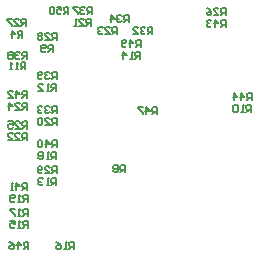
<source format=gbr>
%TF.GenerationSoftware,Altium Limited,Altium Designer,23.9.2 (47)*%
G04 Layer_Color=32768*
%FSLAX45Y45*%
%MOMM*%
%TF.SameCoordinates,AC4A3DE0-5486-420A-B1FF-1F5B93080124*%
%TF.FilePolarity,Positive*%
%TF.FileFunction,Other,Bottom_Designator*%
%TF.Part,Single*%
G01*
G75*
%TA.AperFunction,NonConductor*%
%ADD26C,0.15000*%
D26*
X1609984Y1010010D02*
Y1069990D01*
X1579993D01*
X1569997Y1059993D01*
Y1040000D01*
X1579993Y1030003D01*
X1609984D01*
X1589990D02*
X1569997Y1010010D01*
X1550003Y1059993D02*
X1540006Y1069990D01*
X1520013D01*
X1510016Y1059993D01*
Y1049997D01*
X1520013Y1040000D01*
X1510016Y1030003D01*
Y1020006D01*
X1520013Y1010010D01*
X1540006D01*
X1550003Y1020006D01*
Y1030003D01*
X1540006Y1040000D01*
X1550003Y1049997D01*
Y1059993D01*
X1540006Y1040000D02*
X1520013D01*
X999984Y2030010D02*
Y2089990D01*
X969993D01*
X959997Y2079993D01*
Y2060000D01*
X969993Y2050003D01*
X999984D01*
X979990D02*
X959997Y2030010D01*
X940003Y2040006D02*
X930007Y2030010D01*
X910013D01*
X900016Y2040006D01*
Y2079993D01*
X910013Y2089990D01*
X930007D01*
X940003Y2079993D01*
Y2069997D01*
X930007Y2060000D01*
X900016D01*
X2674975Y1520010D02*
Y1579990D01*
X2644985D01*
X2634988Y1569993D01*
Y1550000D01*
X2644985Y1540003D01*
X2674975D01*
X2654982D02*
X2634988Y1520010D01*
X2614995D02*
X2595001D01*
X2604998D01*
Y1579990D01*
X2614995Y1569993D01*
X2565011D02*
X2555014Y1579990D01*
X2535021D01*
X2525024Y1569993D01*
Y1530006D01*
X2535021Y1520010D01*
X2555014D01*
X2565011Y1530006D01*
Y1569993D01*
X764979Y1880010D02*
Y1939990D01*
X734988D01*
X724992Y1929993D01*
Y1910000D01*
X734988Y1900003D01*
X764979D01*
X744985D02*
X724992Y1880010D01*
X704998D02*
X685004D01*
X695001D01*
Y1939990D01*
X704998Y1929993D01*
X655014Y1880010D02*
X635021D01*
X645018D01*
Y1939990D01*
X655014Y1929993D01*
X1024976Y1700010D02*
Y1759990D01*
X994985D01*
X984989Y1749993D01*
Y1730000D01*
X994985Y1720003D01*
X1024976D01*
X1004982D02*
X984989Y1700010D01*
X964995D02*
X945001D01*
X954998D01*
Y1759990D01*
X964995Y1749993D01*
X875024Y1700010D02*
X915011D01*
X875024Y1739997D01*
Y1749993D01*
X885021Y1759990D01*
X905015D01*
X915011Y1749993D01*
X1024975Y900010D02*
Y959990D01*
X994985D01*
X984988Y949993D01*
Y930000D01*
X994985Y920003D01*
X1024975D01*
X1004982D02*
X984988Y900010D01*
X964995D02*
X945001D01*
X954998D01*
Y959990D01*
X964995Y949993D01*
X915011D02*
X905014Y959990D01*
X885021D01*
X875024Y949993D01*
Y939997D01*
X885021Y930000D01*
X895018D01*
X885021D01*
X875024Y920003D01*
Y910006D01*
X885021Y900010D01*
X905014D01*
X915011Y910006D01*
X1734975Y1970010D02*
Y2029990D01*
X1704985D01*
X1694988Y2019993D01*
Y2000000D01*
X1704985Y1990003D01*
X1734975D01*
X1714982D02*
X1694988Y1970010D01*
X1674995D02*
X1655001D01*
X1664998D01*
Y2029990D01*
X1674995Y2019993D01*
X1595021Y1970010D02*
Y2029990D01*
X1625011Y2000000D01*
X1585024D01*
X784976Y540010D02*
Y599990D01*
X754985D01*
X744989Y589993D01*
Y570000D01*
X754985Y560003D01*
X784976D01*
X764982D02*
X744989Y540010D01*
X724995D02*
X705001D01*
X714998D01*
Y599990D01*
X724995Y589993D01*
X635024Y599990D02*
X675011D01*
Y570000D01*
X655018Y579997D01*
X645021D01*
X635024Y570000D01*
Y550006D01*
X645021Y540010D01*
X665015D01*
X675011Y550006D01*
X1174976Y360010D02*
Y419990D01*
X1144985D01*
X1134989Y409993D01*
Y390000D01*
X1144985Y380003D01*
X1174976D01*
X1154982D02*
X1134989Y360010D01*
X1114995D02*
X1095001D01*
X1104998D01*
Y419990D01*
X1114995Y409993D01*
X1025024Y419990D02*
X1045018Y409993D01*
X1065011Y390000D01*
Y370006D01*
X1055015Y360010D01*
X1035021D01*
X1025024Y370006D01*
Y380003D01*
X1035021Y390000D01*
X1065011D01*
X784976Y640010D02*
Y699990D01*
X754985D01*
X744989Y689993D01*
Y670000D01*
X754985Y660003D01*
X784976D01*
X764982D02*
X744989Y640010D01*
X724995D02*
X705001D01*
X714998D01*
Y699990D01*
X724995Y689993D01*
X675011Y699990D02*
X635024D01*
Y689993D01*
X675011Y650006D01*
Y640010D01*
X1024976Y1120010D02*
Y1179991D01*
X994985D01*
X984989Y1169994D01*
Y1150000D01*
X994985Y1140004D01*
X1024976D01*
X1004982D02*
X984989Y1120010D01*
X964995D02*
X945001D01*
X954998D01*
Y1179991D01*
X964995Y1169994D01*
X915011D02*
X905015Y1179991D01*
X885021D01*
X875024Y1169994D01*
Y1159997D01*
X885021Y1150000D01*
X875024Y1140004D01*
Y1130007D01*
X885021Y1120010D01*
X905015D01*
X915011Y1130007D01*
Y1140004D01*
X905015Y1150000D01*
X915011Y1159997D01*
Y1169994D01*
X905015Y1150000D02*
X885021D01*
X784976Y760010D02*
Y819990D01*
X754985D01*
X744989Y809994D01*
Y790000D01*
X754985Y780004D01*
X784976D01*
X764982D02*
X744989Y760010D01*
X724995D02*
X705001D01*
X714998D01*
Y819990D01*
X724995Y809994D01*
X675011Y770007D02*
X665015Y760010D01*
X645021D01*
X635024Y770007D01*
Y809994D01*
X645021Y819990D01*
X665015D01*
X675011Y809994D01*
Y799997D01*
X665015Y790000D01*
X635024D01*
X1029974Y1410010D02*
Y1469990D01*
X999984D01*
X989987Y1459993D01*
Y1440000D01*
X999984Y1430003D01*
X1029974D01*
X1009980D02*
X989987Y1410010D01*
X930006D02*
X969993D01*
X930006Y1449997D01*
Y1459993D01*
X940003Y1469990D01*
X959997D01*
X969993Y1459993D01*
X910013D02*
X900016Y1469990D01*
X880022D01*
X870026Y1459993D01*
Y1420006D01*
X880022Y1410010D01*
X900016D01*
X910013Y1420006D01*
Y1459993D01*
X1319977Y2250009D02*
Y2309990D01*
X1289987D01*
X1279990Y2299993D01*
Y2280000D01*
X1289987Y2270003D01*
X1319977D01*
X1299984D02*
X1279990Y2250009D01*
X1220010D02*
X1259997D01*
X1220010Y2289996D01*
Y2299993D01*
X1230006Y2309990D01*
X1250000D01*
X1259997Y2299993D01*
X1200016Y2250009D02*
X1180023D01*
X1190019D01*
Y2309990D01*
X1200016Y2299993D01*
X779974Y1280010D02*
Y1339990D01*
X749984D01*
X739987Y1329993D01*
Y1310000D01*
X749984Y1300003D01*
X779974D01*
X759980D02*
X739987Y1280010D01*
X680006D02*
X719993D01*
X680006Y1319997D01*
Y1329993D01*
X690003Y1339990D01*
X709997D01*
X719993Y1329993D01*
X620026Y1280010D02*
X660013D01*
X620026Y1319997D01*
Y1329993D01*
X630022Y1339990D01*
X650016D01*
X660013Y1329993D01*
X1539974Y2180009D02*
Y2239990D01*
X1509984D01*
X1499987Y2229993D01*
Y2210000D01*
X1509984Y2200003D01*
X1539974D01*
X1519980D02*
X1499987Y2180009D01*
X1440006D02*
X1479993D01*
X1440006Y2219996D01*
Y2229993D01*
X1450003Y2239990D01*
X1469997D01*
X1479993Y2229993D01*
X1420013D02*
X1410016Y2239990D01*
X1390022D01*
X1380026Y2229993D01*
Y2219996D01*
X1390022Y2210000D01*
X1400019D01*
X1390022D01*
X1380026Y2200003D01*
Y2190006D01*
X1390022Y2180009D01*
X1410016D01*
X1420013Y2190006D01*
X779974Y1540010D02*
Y1599990D01*
X749984D01*
X739987Y1589993D01*
Y1570000D01*
X749984Y1560003D01*
X779974D01*
X759980D02*
X739987Y1540010D01*
X680007D02*
X719993D01*
X680007Y1579997D01*
Y1589993D01*
X690003Y1599990D01*
X709997D01*
X719993Y1589993D01*
X630023Y1540010D02*
Y1599990D01*
X660013Y1570000D01*
X620026D01*
X779974Y1380010D02*
Y1439990D01*
X749984D01*
X739987Y1429993D01*
Y1410000D01*
X749984Y1400003D01*
X779974D01*
X759980D02*
X739987Y1380010D01*
X680006D02*
X719993D01*
X680006Y1419997D01*
Y1429993D01*
X690003Y1439990D01*
X709997D01*
X719993Y1429993D01*
X620026Y1439990D02*
X660013D01*
Y1410000D01*
X640019Y1419997D01*
X630022D01*
X620026Y1410000D01*
Y1390006D01*
X630022Y1380010D01*
X650016D01*
X660013Y1390006D01*
X2459974Y2340010D02*
Y2399990D01*
X2429984D01*
X2419987Y2389993D01*
Y2370000D01*
X2429984Y2360003D01*
X2459974D01*
X2439980D02*
X2419987Y2340010D01*
X2360006D02*
X2399993D01*
X2360006Y2379997D01*
Y2389993D01*
X2370003Y2399990D01*
X2389997D01*
X2399993Y2389993D01*
X2300026Y2399990D02*
X2320019Y2389993D01*
X2340013Y2370000D01*
Y2350006D01*
X2330016Y2340010D01*
X2310023D01*
X2300026Y2350006D01*
Y2360003D01*
X2310023Y2370000D01*
X2340013D01*
X769974Y2250010D02*
Y2309990D01*
X739984D01*
X729987Y2299993D01*
Y2280000D01*
X739984Y2270003D01*
X769974D01*
X749980D02*
X729987Y2250010D01*
X670006D02*
X709993D01*
X670006Y2289997D01*
Y2299993D01*
X680003Y2309990D01*
X699997D01*
X709993Y2299993D01*
X650013Y2309990D02*
X610026D01*
Y2299993D01*
X650013Y2260006D01*
Y2250010D01*
X1029974Y2130009D02*
Y2189990D01*
X999984D01*
X989987Y2179993D01*
Y2160000D01*
X999984Y2150003D01*
X1029974D01*
X1009980D02*
X989987Y2130009D01*
X930007D02*
X969993D01*
X930007Y2169996D01*
Y2179993D01*
X940003Y2189990D01*
X959997D01*
X969993Y2179993D01*
X910013D02*
X900016Y2189990D01*
X880023D01*
X870026Y2179993D01*
Y2169996D01*
X880023Y2160000D01*
X870026Y2150003D01*
Y2140006D01*
X880023Y2130009D01*
X900016D01*
X910013Y2140006D01*
Y2150003D01*
X900016Y2160000D01*
X910013Y2169996D01*
Y2179993D01*
X900016Y2160000D02*
X880023D01*
X1029974Y1000010D02*
Y1059990D01*
X999984D01*
X989987Y1049993D01*
Y1030000D01*
X999984Y1020003D01*
X1029974D01*
X1009980D02*
X989987Y1000010D01*
X930007D02*
X969993D01*
X930007Y1039997D01*
Y1049993D01*
X940003Y1059990D01*
X959997D01*
X969993Y1049993D01*
X910013Y1010006D02*
X900016Y1000010D01*
X880023D01*
X870026Y1010006D01*
Y1049993D01*
X880023Y1059990D01*
X900016D01*
X910013Y1049993D01*
Y1039997D01*
X900016Y1030000D01*
X870026D01*
X1839974Y2180010D02*
Y2239990D01*
X1809984D01*
X1799987Y2229993D01*
Y2210000D01*
X1809984Y2200003D01*
X1839974D01*
X1819980D02*
X1799987Y2180010D01*
X1779993Y2229993D02*
X1769997Y2239990D01*
X1750003D01*
X1740006Y2229993D01*
Y2219997D01*
X1750003Y2210000D01*
X1760000D01*
X1750003D01*
X1740006Y2200003D01*
Y2190006D01*
X1750003Y2180010D01*
X1769997D01*
X1779993Y2190006D01*
X1680026Y2180010D02*
X1720013D01*
X1680026Y2219997D01*
Y2229993D01*
X1690023Y2239990D01*
X1710016D01*
X1720013Y2229993D01*
X1029974Y1510010D02*
Y1569990D01*
X999984D01*
X989987Y1559993D01*
Y1540000D01*
X999984Y1530003D01*
X1029974D01*
X1009980D02*
X989987Y1510010D01*
X969993Y1559993D02*
X959997Y1569990D01*
X940003D01*
X930006Y1559993D01*
Y1549997D01*
X940003Y1540000D01*
X950000D01*
X940003D01*
X930006Y1530003D01*
Y1520006D01*
X940003Y1510010D01*
X959997D01*
X969993Y1520006D01*
X910013Y1559993D02*
X900016Y1569990D01*
X880022D01*
X870026Y1559993D01*
Y1549997D01*
X880022Y1540000D01*
X890019D01*
X880022D01*
X870026Y1530003D01*
Y1520006D01*
X880022Y1510010D01*
X900016D01*
X910013Y1520006D01*
X1639974Y2280010D02*
Y2339990D01*
X1609984D01*
X1599987Y2329993D01*
Y2310000D01*
X1609984Y2300003D01*
X1639974D01*
X1619980D02*
X1599987Y2280010D01*
X1579993Y2329993D02*
X1569997Y2339990D01*
X1550003D01*
X1540006Y2329993D01*
Y2319997D01*
X1550003Y2310000D01*
X1560000D01*
X1550003D01*
X1540006Y2300003D01*
Y2290006D01*
X1550003Y2280010D01*
X1569997D01*
X1579993Y2290006D01*
X1490022Y2280010D02*
Y2339990D01*
X1520013Y2310000D01*
X1480026D01*
X1329974Y2350010D02*
Y2409990D01*
X1299984D01*
X1289987Y2399993D01*
Y2380000D01*
X1299984Y2370003D01*
X1329974D01*
X1309980D02*
X1289987Y2350010D01*
X1269993Y2399993D02*
X1259997Y2409990D01*
X1240003D01*
X1230006Y2399993D01*
Y2389996D01*
X1240003Y2380000D01*
X1250000D01*
X1240003D01*
X1230006Y2370003D01*
Y2360006D01*
X1240003Y2350010D01*
X1259997D01*
X1269993Y2360006D01*
X1210013Y2409990D02*
X1170026D01*
Y2399993D01*
X1210013Y2360006D01*
Y2350010D01*
X779974Y1970010D02*
Y2029990D01*
X749984D01*
X739987Y2019993D01*
Y2000000D01*
X749984Y1990003D01*
X779974D01*
X759980D02*
X739987Y1970010D01*
X719993Y2019993D02*
X709997Y2029990D01*
X690003D01*
X680006Y2019993D01*
Y2009997D01*
X690003Y2000000D01*
X700000D01*
X690003D01*
X680006Y1990003D01*
Y1980006D01*
X690003Y1970010D01*
X709997D01*
X719993Y1980006D01*
X660013Y2019993D02*
X650016Y2029990D01*
X630022D01*
X620026Y2019993D01*
Y2009997D01*
X630022Y2000000D01*
X620026Y1990003D01*
Y1980006D01*
X630022Y1970010D01*
X650016D01*
X660013Y1980006D01*
Y1990003D01*
X650016Y2000000D01*
X660013Y2009997D01*
Y2019993D01*
X650016Y2000000D02*
X630022D01*
X1029974Y1800010D02*
Y1859990D01*
X999984D01*
X989987Y1849994D01*
Y1830000D01*
X999984Y1820003D01*
X1029974D01*
X1009980D02*
X989987Y1800010D01*
X969993Y1849994D02*
X959997Y1859990D01*
X940003D01*
X930007Y1849994D01*
Y1839997D01*
X940003Y1830000D01*
X950000D01*
X940003D01*
X930007Y1820003D01*
Y1810007D01*
X940003Y1800010D01*
X959997D01*
X969993Y1810007D01*
X910013D02*
X900016Y1800010D01*
X880023D01*
X870026Y1810007D01*
Y1849994D01*
X880023Y1859990D01*
X900016D01*
X910013Y1849994D01*
Y1839997D01*
X900016Y1830000D01*
X870026D01*
X1029974Y1220010D02*
Y1279990D01*
X999984D01*
X989987Y1269993D01*
Y1250000D01*
X999984Y1240003D01*
X1029974D01*
X1009980D02*
X989987Y1220010D01*
X940003D02*
Y1279990D01*
X969993Y1250000D01*
X930007D01*
X910013Y1269993D02*
X900016Y1279990D01*
X880023D01*
X870026Y1269993D01*
Y1230006D01*
X880023Y1220010D01*
X900016D01*
X910013Y1230006D01*
Y1269993D01*
X779977Y860008D02*
Y919989D01*
X749986D01*
X739990Y909992D01*
Y889998D01*
X749986Y880002D01*
X779977D01*
X759983D02*
X739990Y860008D01*
X690006D02*
Y919989D01*
X719996Y889998D01*
X680009D01*
X660015Y860008D02*
X640022D01*
X650019D01*
Y919989D01*
X660015Y909992D01*
X779974Y1640010D02*
Y1699990D01*
X749984D01*
X739987Y1689993D01*
Y1670000D01*
X749984Y1660003D01*
X779974D01*
X759980D02*
X739987Y1640010D01*
X690003D02*
Y1699990D01*
X719993Y1670000D01*
X680007D01*
X620026Y1640010D02*
X660013D01*
X620026Y1679997D01*
Y1689993D01*
X630023Y1699990D01*
X650016D01*
X660013Y1689993D01*
X2459974Y2240010D02*
Y2299991D01*
X2429984D01*
X2419987Y2289994D01*
Y2270000D01*
X2429984Y2260004D01*
X2459974D01*
X2439980D02*
X2419987Y2240010D01*
X2370003D02*
Y2299991D01*
X2399993Y2270000D01*
X2360006D01*
X2340013Y2289994D02*
X2330016Y2299991D01*
X2310023D01*
X2300026Y2289994D01*
Y2279997D01*
X2310023Y2270000D01*
X2320019D01*
X2310023D01*
X2300026Y2260004D01*
Y2250007D01*
X2310023Y2240010D01*
X2330016D01*
X2340013Y2250007D01*
X2679974Y1620010D02*
Y1679990D01*
X2649984D01*
X2639987Y1669993D01*
Y1650000D01*
X2649984Y1640003D01*
X2679974D01*
X2659980D02*
X2639987Y1620010D01*
X2590003D02*
Y1679990D01*
X2619993Y1650000D01*
X2580006D01*
X2530022Y1620010D02*
Y1679990D01*
X2560013Y1650000D01*
X2520026D01*
X789974Y360010D02*
Y419990D01*
X759984D01*
X749987Y409993D01*
Y390000D01*
X759984Y380003D01*
X789974D01*
X769980D02*
X749987Y360010D01*
X700003D02*
Y419990D01*
X729993Y390000D01*
X690006D01*
X630026Y419990D02*
X650019Y409993D01*
X670013Y390000D01*
Y370006D01*
X660016Y360010D01*
X640023D01*
X630026Y370006D01*
Y380003D01*
X640023Y390000D01*
X670013D01*
X1879974Y1500010D02*
Y1559990D01*
X1849984D01*
X1839987Y1549993D01*
Y1530000D01*
X1849984Y1520003D01*
X1879974D01*
X1859980D02*
X1839987Y1500010D01*
X1790003D02*
Y1559990D01*
X1819993Y1530000D01*
X1780006D01*
X1760013Y1559990D02*
X1720026D01*
Y1549993D01*
X1760013Y1510006D01*
Y1500010D01*
X1739974Y2070010D02*
Y2129990D01*
X1709984D01*
X1699987Y2119993D01*
Y2100000D01*
X1709984Y2090003D01*
X1739974D01*
X1719980D02*
X1699987Y2070010D01*
X1650003D02*
Y2129990D01*
X1679993Y2100000D01*
X1640006D01*
X1620013Y2080007D02*
X1610016Y2070010D01*
X1590022D01*
X1580026Y2080007D01*
Y2119993D01*
X1590022Y2129990D01*
X1610016D01*
X1620013Y2119993D01*
Y2109997D01*
X1610016Y2100000D01*
X1580026D01*
X1129974Y2350010D02*
Y2409990D01*
X1099984D01*
X1089987Y2399993D01*
Y2380000D01*
X1099984Y2370003D01*
X1129974D01*
X1109980D02*
X1089987Y2350010D01*
X1030006Y2409990D02*
X1069993D01*
Y2380000D01*
X1050000Y2389996D01*
X1040003D01*
X1030006Y2380000D01*
Y2360006D01*
X1040003Y2350010D01*
X1059997D01*
X1069993Y2360006D01*
X1010013Y2399993D02*
X1000016Y2409990D01*
X980022D01*
X970026Y2399993D01*
Y2360006D01*
X980022Y2350010D01*
X1000016D01*
X1010013Y2360006D01*
Y2399993D01*
X739984Y2150010D02*
Y2209990D01*
X709993D01*
X699997Y2199993D01*
Y2180000D01*
X709993Y2170003D01*
X739984D01*
X719990D02*
X699997Y2150010D01*
X650013D02*
Y2209990D01*
X680003Y2180000D01*
X640016D01*
%TF.MD5,4429e0f23c76c49f5e2297a0ad0a05b1*%
M02*

</source>
